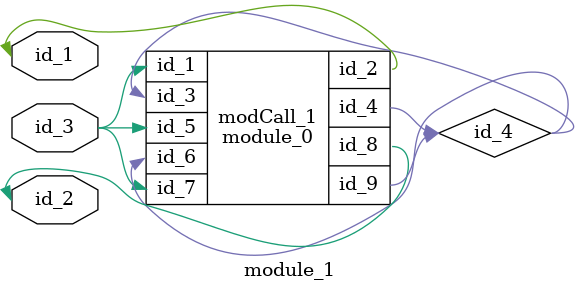
<source format=v>
module module_0 (
    id_1,
    id_2,
    id_3,
    id_4,
    id_5,
    id_6,
    id_7,
    id_8,
    id_9
);
  inout wire id_9;
  output wire id_8;
  input wire id_7;
  input wire id_6;
  input wire id_5;
  output wire id_4;
  input wire id_3;
  inout wire id_2;
  input wire id_1;
endmodule
module module_1 (
    id_1,
    id_2,
    id_3
);
  input wire id_3;
  inout wire id_2;
  inout wire id_1;
  wire id_4;
  module_0 modCall_1 (
      id_3,
      id_1,
      id_4,
      id_4,
      id_3,
      id_4,
      id_3,
      id_2,
      id_4
  );
endmodule

</source>
